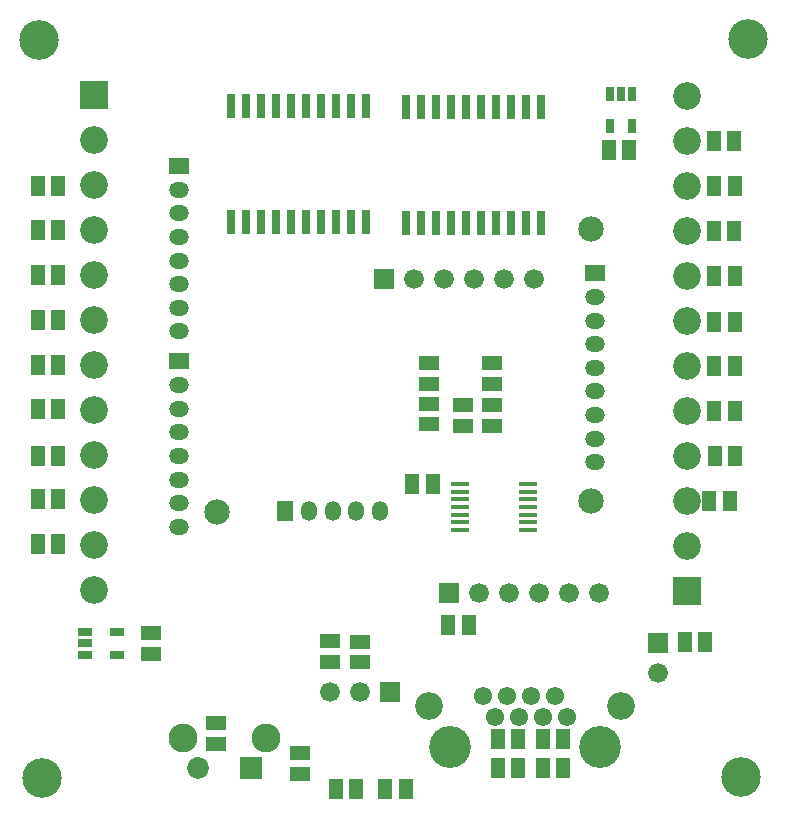
<source format=gbs>
G04 #@! TF.FileFunction,Soldermask,Bot*
%FSLAX46Y46*%
G04 Gerber Fmt 4.6, Leading zero omitted, Abs format (unit mm)*
G04 Created by KiCad (PCBNEW 4.1.0-alpha+201608161231+7059~46~ubuntu14.04.1-product) date Wed Aug 17 00:46:35 2016*
%MOMM*%
%LPD*%
G01*
G04 APERTURE LIST*
%ADD10C,0.100000*%
%ADD11C,1.550000*%
%ADD12C,3.550000*%
%ADD13C,2.350000*%
%ADD14R,0.780000X2.050000*%
%ADD15R,1.216800X1.724800*%
%ADD16R,1.674000X1.674000*%
%ADD17C,1.674000*%
%ADD18R,1.724800X1.216800*%
%ADD19R,1.150000X0.700000*%
%ADD20R,1.650000X0.450000*%
%ADD21R,0.700000X1.150000*%
%ADD22O,1.674000X1.350000*%
%ADD23R,1.674000X1.350000*%
%ADD24O,1.350000X1.674000*%
%ADD25R,1.350000X1.674000*%
%ADD26C,2.150000*%
%ADD27C,3.350000*%
%ADD28R,1.850000X1.850000*%
%ADD29C,1.850000*%
%ADD30C,2.450000*%
%ADD31R,2.350000X2.350000*%
G04 APERTURE END LIST*
D10*
D11*
X166444200Y-117475000D03*
X164414200Y-117475000D03*
X162384200Y-117475000D03*
X160354200Y-117475000D03*
X165424200Y-115695000D03*
X163394200Y-115695000D03*
X161364200Y-115695000D03*
X159334200Y-115695000D03*
D12*
X156544200Y-120015000D03*
X169244200Y-120015000D03*
D13*
X154764200Y-116585000D03*
X171024200Y-116585000D03*
D14*
X164236400Y-75666600D03*
X162966400Y-75666600D03*
X161696400Y-75666600D03*
X160426400Y-75666600D03*
X159156400Y-75666600D03*
X157886400Y-75666600D03*
X156616400Y-75666600D03*
X155346400Y-75666600D03*
X154076400Y-75666600D03*
X152806400Y-75666600D03*
X152806400Y-65846600D03*
X154076400Y-65846600D03*
X155346400Y-65846600D03*
X156616400Y-65846600D03*
X157886400Y-65846600D03*
X159156400Y-65846600D03*
X160426400Y-65846600D03*
X161696400Y-65846600D03*
X162966400Y-65846600D03*
X164236400Y-65846600D03*
X149352000Y-75606000D03*
X148082000Y-75606000D03*
X146812000Y-75606000D03*
X145542000Y-75606000D03*
X144272000Y-75606000D03*
X143002000Y-75606000D03*
X141732000Y-75606000D03*
X140462000Y-75606000D03*
X139192000Y-75606000D03*
X137922000Y-75606000D03*
X137922000Y-65786000D03*
X139192000Y-65786000D03*
X140462000Y-65786000D03*
X141732000Y-65786000D03*
X143002000Y-65786000D03*
X144272000Y-65786000D03*
X145542000Y-65786000D03*
X146812000Y-65786000D03*
X148082000Y-65786000D03*
X149352000Y-65786000D03*
D15*
X121605800Y-76225400D03*
X123333000Y-76225400D03*
D16*
X156413200Y-106984800D03*
D17*
X158953200Y-106984800D03*
X161493200Y-106984800D03*
X164033200Y-106984800D03*
X166573200Y-106984800D03*
X169113200Y-106984800D03*
D18*
X131191000Y-112115600D03*
X131191000Y-110388400D03*
D15*
X155041600Y-97790000D03*
X153314400Y-97790000D03*
D18*
X136652000Y-118008400D03*
X136652000Y-119735600D03*
X154686000Y-87528400D03*
X154686000Y-89255600D03*
X154686000Y-92684600D03*
X154686000Y-90957400D03*
X160020000Y-87528400D03*
X160020000Y-89255600D03*
D15*
X148554440Y-123596400D03*
X146827240Y-123596400D03*
D16*
X174091600Y-111175800D03*
D17*
X174091600Y-113715800D03*
D16*
X151409400Y-115392200D03*
D17*
X148869400Y-115392200D03*
X146329400Y-115392200D03*
D15*
X152770840Y-123596400D03*
X151043640Y-123596400D03*
X180644800Y-95402400D03*
X178917600Y-95402400D03*
X121605800Y-72491600D03*
X123333000Y-72491600D03*
X180619400Y-91541600D03*
X178892200Y-91541600D03*
X180594000Y-87731600D03*
X178866800Y-87731600D03*
X121605800Y-80060800D03*
X123333000Y-80060800D03*
X180594000Y-83997800D03*
X178866800Y-83997800D03*
X121605800Y-83870800D03*
X123333000Y-83870800D03*
X180594000Y-80162400D03*
X178866800Y-80162400D03*
X121605800Y-87680800D03*
X123333000Y-87680800D03*
X180568600Y-76352400D03*
X178841400Y-76352400D03*
X121605800Y-91440000D03*
X123333000Y-91440000D03*
X180619400Y-72491600D03*
X178892200Y-72491600D03*
X121605800Y-95377000D03*
X123333000Y-95377000D03*
X180187600Y-99212400D03*
X178460400Y-99212400D03*
X121605800Y-99034600D03*
X123333000Y-99034600D03*
D18*
X143764000Y-120548400D03*
X143764000Y-122275600D03*
D15*
X178130200Y-111125000D03*
X176403000Y-111125000D03*
X158089600Y-109728000D03*
X156362400Y-109728000D03*
X166090600Y-121793000D03*
X164363400Y-121793000D03*
D18*
X148869400Y-112826800D03*
X148869400Y-111099600D03*
X146329400Y-112801400D03*
X146329400Y-111074200D03*
D15*
X162255200Y-119380000D03*
X160528000Y-119380000D03*
X166090600Y-119380000D03*
X164363400Y-119380000D03*
X162280600Y-121793000D03*
X160553400Y-121793000D03*
X121605800Y-102844600D03*
X123333000Y-102844600D03*
D18*
X160020000Y-92811600D03*
X160020000Y-91084400D03*
X157607000Y-92811600D03*
X157607000Y-91084400D03*
D19*
X125603000Y-111252000D03*
X125603000Y-112202000D03*
X125603000Y-110302000D03*
X128303000Y-110302000D03*
X128303000Y-112202000D03*
D20*
X157348600Y-97750200D03*
X157348600Y-98400200D03*
X157348600Y-99050200D03*
X157348600Y-99700200D03*
X157348600Y-100350200D03*
X157348600Y-101000200D03*
X157348600Y-101650200D03*
X163148600Y-101650200D03*
X163148600Y-101000200D03*
X163148600Y-100350200D03*
X163148600Y-99700200D03*
X163148600Y-99050200D03*
X163148600Y-98400200D03*
X163148600Y-97750200D03*
D15*
X169951400Y-69469000D03*
X171678600Y-69469000D03*
X180568600Y-68707000D03*
X178841400Y-68707000D03*
D21*
X171003000Y-64770000D03*
X170053000Y-64770000D03*
X171953000Y-64770000D03*
X171953000Y-67470000D03*
X170053000Y-67470000D03*
D16*
X150876000Y-80391000D03*
D17*
X153416000Y-80391000D03*
X155956000Y-80391000D03*
X158496000Y-80391000D03*
X161036000Y-80391000D03*
X163576000Y-80391000D03*
D22*
X133598400Y-101368400D03*
X133598400Y-99368400D03*
X133598400Y-97368400D03*
X133598400Y-95368400D03*
X133598400Y-93368400D03*
X133598400Y-91368400D03*
X133598400Y-89368400D03*
D23*
X133598400Y-87368400D03*
D22*
X133598400Y-84828400D03*
X133598400Y-82828400D03*
X133598400Y-80828400D03*
X133598400Y-78828400D03*
X133598400Y-74828400D03*
X133598400Y-72828400D03*
X133598400Y-76828400D03*
D23*
X133598400Y-70828400D03*
D22*
X168808400Y-95908400D03*
X168808400Y-93908400D03*
X168808400Y-91908400D03*
X168808400Y-89908400D03*
X168808400Y-83908400D03*
X168808400Y-87908400D03*
X168808400Y-85908400D03*
X168808400Y-81908400D03*
D23*
X168808400Y-79908400D03*
D24*
X150558400Y-100068400D03*
X148558400Y-100068400D03*
X146558400Y-100068400D03*
D25*
X142558400Y-100068400D03*
D24*
X144558400Y-100068400D03*
D26*
X136818400Y-100078400D03*
X168458400Y-99208400D03*
X168458400Y-76128400D03*
D27*
X121666000Y-60198000D03*
X181737000Y-60071000D03*
X181102000Y-122555000D03*
X121920000Y-122682000D03*
D28*
X139675000Y-121768000D03*
D29*
X135153000Y-121768000D03*
D30*
X140919000Y-119278000D03*
X133909000Y-119278000D03*
D31*
X126339600Y-64820800D03*
D13*
X126339600Y-68630800D03*
X126339600Y-72440800D03*
X126339600Y-76250800D03*
X126339600Y-80060800D03*
X126339600Y-87680800D03*
X126339600Y-91490800D03*
X126339600Y-83870800D03*
X126339600Y-95300800D03*
X126339600Y-99110800D03*
X126339600Y-102920800D03*
X126339600Y-106730800D03*
D31*
X176530000Y-106807000D03*
D13*
X176530000Y-102997000D03*
X176530000Y-99187000D03*
X176530000Y-95377000D03*
X176530000Y-91567000D03*
X176530000Y-83947000D03*
X176530000Y-80137000D03*
X176530000Y-87757000D03*
X176530000Y-76327000D03*
X176530000Y-72517000D03*
X176530000Y-68707000D03*
X176530000Y-64897000D03*
M02*

</source>
